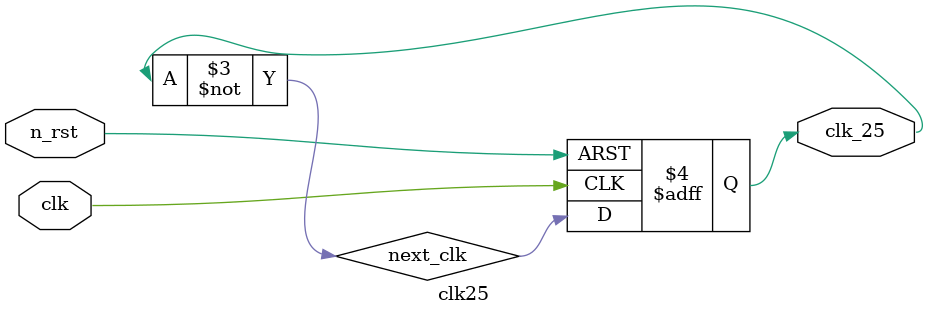
<source format=sv>
module clk25 (
    input logic clk,
    input logic n_rst,
    output logic clk_25
);
logic next_clk;
always_ff @(posedge clk, negedge n_rst) begin
    if(!n_rst) begin
        clk_25 <= 1'b0;
    end
    else begin
        clk_25 <= next_clk;
    end
end

assign next_clk = ~clk_25;

endmodule

</source>
